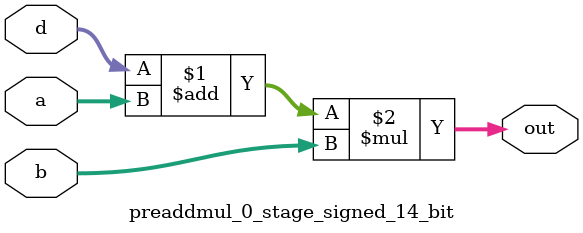
<source format=sv>
(* use_dsp = "yes" *) module preaddmul_0_stage_signed_14_bit(
	input signed [13:0] a,
	input signed [13:0] b,
	input signed [13:0] d,
	output [13:0] out
	);

	assign out = (d + a) * b;
endmodule

</source>
